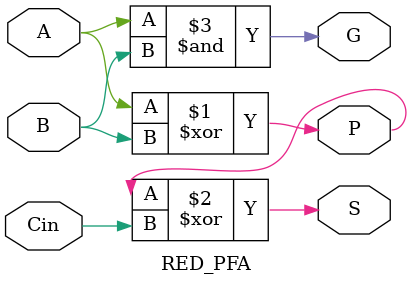
<source format=v>
module RED_PFA(A, B, Cin, P, G, S);
input A,B, Cin;
output P, G, S; //Prigate and Generate for carry look ahead chain
//partial full adder logic
assign P= A^ B;
assign S = P ^ Cin;
assign G = A & B;
endmodule 

</source>
